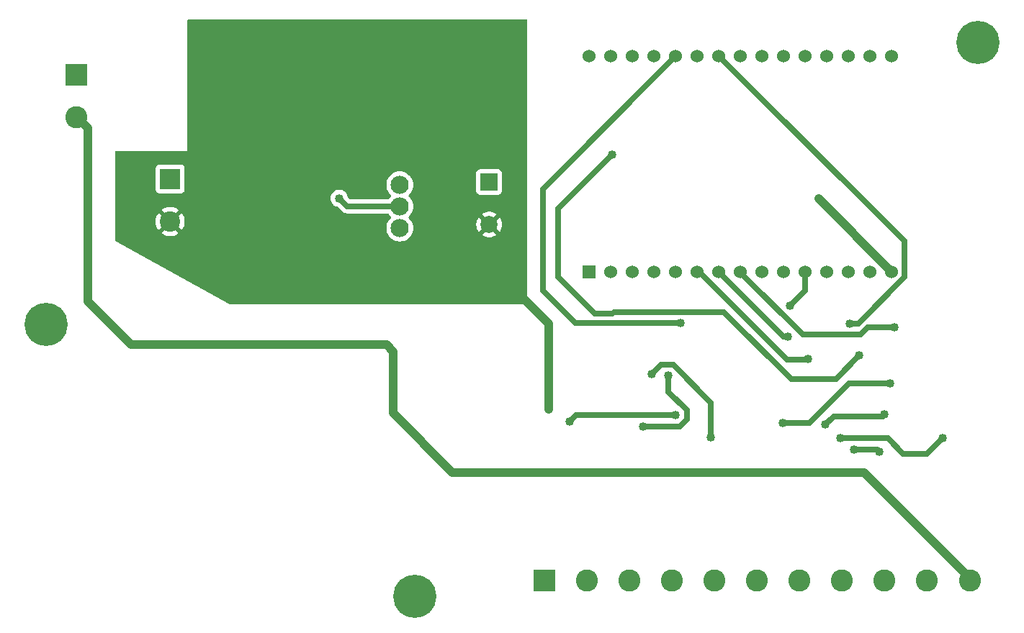
<source format=gbr>
%TF.GenerationSoftware,KiCad,Pcbnew,8.0.4-8.0.4-0~ubuntu22.04.1*%
%TF.CreationDate,2024-08-07T11:40:50-06:00*%
%TF.ProjectId,Sprinkler Controller,53707269-6e6b-46c6-9572-20436f6e7472,rev?*%
%TF.SameCoordinates,Original*%
%TF.FileFunction,Copper,L2,Bot*%
%TF.FilePolarity,Positive*%
%FSLAX46Y46*%
G04 Gerber Fmt 4.6, Leading zero omitted, Abs format (unit mm)*
G04 Created by KiCad (PCBNEW 8.0.4-8.0.4-0~ubuntu22.04.1) date 2024-08-07 11:40:50*
%MOMM*%
%LPD*%
G01*
G04 APERTURE LIST*
%TA.AperFunction,ComponentPad*%
%ADD10C,2.133600*%
%TD*%
%TA.AperFunction,ComponentPad*%
%ADD11R,2.000000X2.000000*%
%TD*%
%TA.AperFunction,ComponentPad*%
%ADD12C,2.000000*%
%TD*%
%TA.AperFunction,ComponentPad*%
%ADD13R,2.600000X2.600000*%
%TD*%
%TA.AperFunction,ComponentPad*%
%ADD14C,2.600000*%
%TD*%
%TA.AperFunction,ComponentPad*%
%ADD15R,2.400000X2.400000*%
%TD*%
%TA.AperFunction,ComponentPad*%
%ADD16C,2.400000*%
%TD*%
%TA.AperFunction,ComponentPad*%
%ADD17C,1.524000*%
%TD*%
%TA.AperFunction,ComponentPad*%
%ADD18R,1.524000X1.524000*%
%TD*%
%TA.AperFunction,ViaPad*%
%ADD19C,5.080000*%
%TD*%
%TA.AperFunction,ViaPad*%
%ADD20C,1.016000*%
%TD*%
%TA.AperFunction,Conductor*%
%ADD21C,1.016000*%
%TD*%
%TA.AperFunction,Conductor*%
%ADD22C,0.635000*%
%TD*%
G04 APERTURE END LIST*
D10*
%TO.P,RV1,1,1*%
%TO.N,Net-(C4-Pad2)*%
X142000000Y-105040000D03*
%TO.P,RV1,2,2*%
%TO.N,Net-(U12-FB)*%
X142000000Y-102500000D03*
%TO.P,RV1,3,3*%
%TO.N,VCC*%
X142000000Y-99960000D03*
%TD*%
D11*
%TO.P,C2,1*%
%TO.N,VCC*%
X152500000Y-99632300D03*
D12*
%TO.P,C2,2*%
%TO.N,GND*%
X152500000Y-104632300D03*
%TD*%
D13*
%TO.P,J1,1,Pin_1*%
%TO.N,AC*%
X103980000Y-87000000D03*
D14*
%TO.P,J1,2,Pin_2*%
%TO.N,GNDPWR*%
X103980000Y-92000000D03*
%TD*%
D13*
%TO.P,J2,1,Pin_1*%
%TO.N,Net-(J2-Pin_1)*%
X159000000Y-146500000D03*
D14*
%TO.P,J2,2,Pin_2*%
%TO.N,Net-(J2-Pin_2)*%
X164000000Y-146500000D03*
%TO.P,J2,3,Pin_3*%
%TO.N,Net-(J2-Pin_3)*%
X169000000Y-146500000D03*
%TO.P,J2,4,Pin_4*%
%TO.N,Net-(J2-Pin_4)*%
X174000000Y-146500000D03*
%TO.P,J2,5,Pin_5*%
%TO.N,Net-(J2-Pin_5)*%
X179000000Y-146500000D03*
%TO.P,J2,6,Pin_6*%
%TO.N,Net-(J2-Pin_6)*%
X184000000Y-146500000D03*
%TO.P,J2,7,Pin_7*%
%TO.N,Net-(J2-Pin_7)*%
X189000000Y-146500000D03*
%TO.P,J2,8,Pin_8*%
%TO.N,Net-(J2-Pin_8)*%
X194000000Y-146500000D03*
%TO.P,J2,9,Pin_9*%
%TO.N,Net-(J2-Pin_9)*%
X199000000Y-146500000D03*
%TO.P,J2,10,Pin_10*%
%TO.N,Net-(J2-Pin_10)*%
X204000000Y-146500000D03*
%TO.P,J2,11,Pin_11*%
%TO.N,GNDPWR*%
X209000000Y-146500000D03*
%TD*%
D15*
%TO.P,C1,1*%
%TO.N,Net-(BR1-+)*%
X115000000Y-99275000D03*
D16*
%TO.P,C1,2*%
%TO.N,GND*%
X115000000Y-104275000D03*
%TD*%
D17*
%TO.P,U1,30,IO23*%
%TO.N,unconnected-(U1-IO23-Pad30)*%
X164290000Y-84800000D03*
%TO.P,U1,29,IO22*%
%TO.N,unconnected-(U1-IO22-Pad29)*%
X166830000Y-84800000D03*
%TO.P,U1,28,TXD0/IO1*%
%TO.N,unconnected-(U1-TXD0{slash}IO1-Pad28)*%
X169370000Y-84800000D03*
%TO.P,U1,27,RXD0/IO3*%
%TO.N,unconnected-(U1-RXD0{slash}IO3-Pad27)*%
X171910000Y-84800000D03*
%TO.P,U1,26,IO21*%
%TO.N,Net-(U1-IO21)*%
X174450000Y-84800000D03*
%TO.P,U1,25,IO19*%
%TO.N,Net-(U1-IO19)*%
X176990000Y-84800000D03*
%TO.P,U1,24,IO18*%
%TO.N,Net-(U1-IO18)*%
X179530000Y-84800000D03*
%TO.P,U1,23,IO5*%
%TO.N,unconnected-(U1-IO5-Pad23)*%
X182070000Y-84800000D03*
%TO.P,U1,22,IO17*%
%TO.N,unconnected-(U1-IO17-Pad22)*%
X184610000Y-84800000D03*
%TO.P,U1,21,IO16*%
%TO.N,unconnected-(U1-IO16-Pad21)*%
X187150000Y-84800000D03*
%TO.P,U1,20,IO4*%
%TO.N,unconnected-(U1-IO4-Pad20)*%
X189690000Y-84800000D03*
%TO.P,U1,19,IO2*%
%TO.N,unconnected-(U1-IO2-Pad19)*%
X192230000Y-84800000D03*
%TO.P,U1,18,IO15*%
%TO.N,unconnected-(U1-IO15-Pad18)*%
X194770000Y-84800000D03*
%TO.P,U1,17,GND*%
%TO.N,GND*%
X197310000Y-84800000D03*
%TO.P,U1,16,3V3*%
%TO.N,unconnected-(U1-3V3-Pad16)*%
X199850000Y-84800000D03*
%TO.P,U1,15,VIN*%
%TO.N,VCC*%
X199850000Y-110200000D03*
%TO.P,U1,14,GND*%
%TO.N,GND*%
X197310000Y-110200000D03*
%TO.P,U1,13,IO13*%
%TO.N,Net-(U1-IO13)*%
X194770000Y-110200000D03*
%TO.P,U1,12,IO12*%
%TO.N,unconnected-(U1-IO12-Pad12)*%
X192230000Y-110200000D03*
%TO.P,U1,11,IO14*%
%TO.N,Net-(U1-IO14)*%
X189690000Y-110200000D03*
%TO.P,U1,10,IO27*%
%TO.N,Net-(U1-IO27)*%
X187150000Y-110200000D03*
%TO.P,U1,9,IO26*%
%TO.N,Net-(U1-IO26)*%
X184610000Y-110200000D03*
%TO.P,U1,8,IO25*%
%TO.N,Net-(U1-IO25)*%
X182070000Y-110200000D03*
%TO.P,U1,7,IO33*%
%TO.N,Net-(U1-IO33)*%
X179530000Y-110200000D03*
%TO.P,U1,6,IO32*%
%TO.N,Net-(U1-IO32)*%
X176990000Y-110200000D03*
%TO.P,U1,5,IO35*%
%TO.N,unconnected-(U1-IO35-Pad5)*%
X174450000Y-110200000D03*
%TO.P,U1,4,IO34*%
%TO.N,unconnected-(U1-IO34-Pad4)*%
X171910000Y-110200000D03*
%TO.P,U1,3,SENSOR_VN*%
%TO.N,unconnected-(U1-SENSOR_VN-Pad3)*%
X169370000Y-110200000D03*
%TO.P,U1,2,SENSOR_VP*%
%TO.N,unconnected-(U1-SENSOR_VP-Pad2)*%
X166830000Y-110200000D03*
D18*
%TO.P,U1,1,EN*%
%TO.N,unconnected-(U1-EN-Pad1)*%
X164290000Y-110200000D03*
%TD*%
D19*
%TO.N,*%
X210000000Y-83200000D03*
X100400000Y-116400000D03*
X143800000Y-148400000D03*
D20*
%TO.N,GND*%
X139200000Y-99800000D03*
X122200000Y-103200000D03*
X130200000Y-100600000D03*
X134600000Y-98800000D03*
%TO.N,Net-(D6-A)*%
X178600000Y-129713000D03*
X171600000Y-122200000D03*
%TO.N,Net-(D5-A)*%
X173571500Y-122442927D03*
X170600000Y-128379500D03*
%TO.N,Net-(D3-A)*%
X162000000Y-127800000D03*
X174400000Y-127046000D03*
%TO.N,Net-(D11-A)*%
X198388535Y-131389812D03*
X195400000Y-131133500D03*
%TO.N,Net-(D12-A)*%
X193800000Y-129800000D03*
X205800000Y-129800000D03*
%TO.N,Net-(D8-A)*%
X187000000Y-128000000D03*
X199620255Y-123347424D03*
%TO.N,Net-(D9-A)*%
X192000000Y-128200000D03*
X198968500Y-127000000D03*
%TO.N,Net-(U1-IO19)*%
X196000000Y-120066500D03*
X167000000Y-96400000D03*
%TO.N,Net-(U12-FB)*%
X134885000Y-101544000D03*
%TO.N,Net-(U1-IO25)*%
X200174999Y-116768389D03*
%TO.N,Net-(U1-IO18)*%
X194861900Y-116266200D03*
%TO.N,Net-(U1-IO32)*%
X190000000Y-120466500D03*
%TO.N,Net-(U1-IO33)*%
X187600000Y-117800000D03*
%TO.N,Net-(U1-IO14)*%
X187867000Y-114218000D03*
%TO.N,Net-(U1-IO21)*%
X174985000Y-116245000D03*
%TO.N,VCC*%
X191258400Y-101608400D03*
%TO.N,GND*%
X159500000Y-126400000D03*
%TD*%
D21*
%TO.N,GNDPWR*%
X103980000Y-92000000D02*
X105300000Y-93320000D01*
X105300000Y-93320000D02*
X105300000Y-113700000D01*
X105300000Y-113700000D02*
X110400000Y-118800000D01*
X110400000Y-118800000D02*
X140436841Y-118800000D01*
X140436841Y-118800000D02*
X141216000Y-119579159D01*
X148200000Y-133800000D02*
X196560000Y-133800000D01*
X141216000Y-119579159D02*
X141216000Y-126816000D01*
X141216000Y-126816000D02*
X148200000Y-133800000D01*
X196560000Y-133800000D02*
X209260000Y-146500000D01*
D22*
%TO.N,Net-(D6-A)*%
X178600000Y-129713000D02*
X178600000Y-125585573D01*
X178600000Y-125585573D02*
X174123854Y-121109427D01*
X174123854Y-121109427D02*
X172690573Y-121109427D01*
X172690573Y-121109427D02*
X171600000Y-122200000D01*
%TO.N,Net-(D5-A)*%
X173571500Y-124331646D02*
X175733500Y-126493646D01*
X173571500Y-122442927D02*
X173571500Y-124331646D01*
X175733500Y-126493646D02*
X175733500Y-127598354D01*
X175733500Y-127598354D02*
X174952354Y-128379500D01*
X174952354Y-128379500D02*
X170600000Y-128379500D01*
%TO.N,Net-(D3-A)*%
X162754000Y-127046000D02*
X162000000Y-127800000D01*
X174400000Y-127046000D02*
X162754000Y-127046000D01*
%TO.N,Net-(D11-A)*%
X198132223Y-131133500D02*
X198388535Y-131389812D01*
X195400000Y-131133500D02*
X198132223Y-131133500D01*
%TO.N,Net-(D12-A)*%
X199400000Y-129800000D02*
X201200000Y-131600000D01*
X204000000Y-131600000D02*
X205800000Y-129800000D01*
X193800000Y-129800000D02*
X199400000Y-129800000D01*
X201200000Y-131600000D02*
X204000000Y-131600000D01*
%TO.N,Net-(D8-A)*%
X190200000Y-128000000D02*
X187000000Y-128000000D01*
X194852576Y-123347424D02*
X190200000Y-128000000D01*
X199620255Y-123347424D02*
X194852576Y-123347424D01*
%TO.N,Net-(D9-A)*%
X198768500Y-127200000D02*
X193000000Y-127200000D01*
X198968500Y-127000000D02*
X198768500Y-127200000D01*
X193000000Y-127200000D02*
X192000000Y-128200000D01*
%TO.N,Net-(U1-IO19)*%
X167000000Y-96400000D02*
X160600000Y-102800000D01*
X160600000Y-102800000D02*
X160600000Y-110800000D01*
X160600000Y-110800000D02*
X164902000Y-115102000D01*
X164902000Y-115102000D02*
X167000000Y-115102000D01*
X167000000Y-115102000D02*
X167190500Y-114911500D01*
X167190500Y-114911500D02*
X180111500Y-114911500D01*
X180111500Y-114911500D02*
X188000000Y-122800000D01*
X188000000Y-122800000D02*
X193266500Y-122800000D01*
X193266500Y-122800000D02*
X196000000Y-120066500D01*
%TO.N,Net-(U1-IO25)*%
X196169246Y-117599700D02*
X189362846Y-117599700D01*
X200174999Y-116768389D02*
X197000557Y-116768389D01*
X197000557Y-116768389D02*
X196169246Y-117599700D01*
X189362846Y-117599700D02*
X182070000Y-110306854D01*
X182070000Y-110306854D02*
X182070000Y-110200000D01*
%TO.N,Net-(U1-IO32)*%
X190000000Y-120466500D02*
X189934500Y-120532000D01*
X187532000Y-120532000D02*
X177200000Y-110200000D01*
X189934500Y-120532000D02*
X187532000Y-120532000D01*
X177200000Y-110200000D02*
X176990000Y-110200000D01*
%TO.N,Net-(U1-IO33)*%
X187600000Y-117800000D02*
X187130000Y-117800000D01*
X187130000Y-117800000D02*
X179530000Y-110200000D01*
%TO.N,Net-(U1-IO21)*%
X174450000Y-84800000D02*
X158800000Y-100450000D01*
X158800000Y-100450000D02*
X158800000Y-112400000D01*
X158800000Y-112400000D02*
X162645000Y-116245000D01*
X162645000Y-116245000D02*
X174985000Y-116245000D01*
D21*
%TO.N,GNDPWR*%
X209019000Y-146500000D02*
X209260000Y-146500000D01*
X209260000Y-146500000D02*
X209500000Y-146500000D01*
D22*
%TO.N,Net-(U12-FB)*%
X135841000Y-102500000D02*
X134885000Y-101544000D01*
X142000000Y-102500000D02*
X135841000Y-102500000D01*
%TO.N,Net-(U1-IO18)*%
X194861900Y-116266100D02*
X194861900Y-116266200D01*
X195886400Y-116266100D02*
X194861900Y-116266100D01*
X201332300Y-110820200D02*
X195886400Y-116266100D01*
X201332300Y-106602300D02*
X201332300Y-110820200D01*
X179530000Y-84800000D02*
X201332300Y-106602300D01*
%TO.N,Net-(U1-IO14)*%
X189690000Y-112395000D02*
X187867000Y-114218000D01*
X189690000Y-110200000D02*
X189690000Y-112395000D01*
D21*
%TO.N,VCC*%
X191258400Y-101608400D02*
X199850000Y-110200000D01*
%TO.N,GND*%
X159500000Y-116323000D02*
X154933000Y-111756000D01*
X159500000Y-126400000D02*
X159500000Y-116323000D01*
%TD*%
%TA.AperFunction,Conductor*%
%TO.N,GND*%
G36*
X156943039Y-80528185D02*
G01*
X156988794Y-80580989D01*
X157000000Y-80632500D01*
X157000000Y-113876000D01*
X156980315Y-113943039D01*
X156927511Y-113988794D01*
X156876000Y-114000000D01*
X122032133Y-114000000D01*
X121971913Y-113984396D01*
X108563780Y-106535433D01*
X108514737Y-106485668D01*
X108500000Y-106427037D01*
X108500000Y-104274995D01*
X113295233Y-104274995D01*
X113295233Y-104275004D01*
X113314273Y-104529079D01*
X113370968Y-104777477D01*
X113370973Y-104777494D01*
X113464058Y-105014671D01*
X113464057Y-105014671D01*
X113591454Y-105235327D01*
X113591461Y-105235338D01*
X113633452Y-105287991D01*
X113633453Y-105287992D01*
X114435387Y-104486058D01*
X114440889Y-104506591D01*
X114519881Y-104643408D01*
X114631592Y-104755119D01*
X114768409Y-104834111D01*
X114788940Y-104839612D01*
X113986813Y-105641738D01*
X114147616Y-105751371D01*
X114147624Y-105751376D01*
X114377176Y-105861921D01*
X114377174Y-105861921D01*
X114620652Y-105937024D01*
X114620658Y-105937026D01*
X114872595Y-105974999D01*
X114872604Y-105975000D01*
X115127396Y-105975000D01*
X115127404Y-105974999D01*
X115379341Y-105937026D01*
X115379347Y-105937024D01*
X115622824Y-105861921D01*
X115852376Y-105751376D01*
X115852377Y-105751375D01*
X116013185Y-105641738D01*
X115211060Y-104839612D01*
X115231591Y-104834111D01*
X115368408Y-104755119D01*
X115480119Y-104643408D01*
X115559111Y-104506591D01*
X115564612Y-104486059D01*
X116366544Y-105287992D01*
X116366546Y-105287991D01*
X116408544Y-105235330D01*
X116535941Y-105014671D01*
X116629026Y-104777494D01*
X116629031Y-104777477D01*
X116685726Y-104529079D01*
X116704767Y-104275004D01*
X116704767Y-104274995D01*
X116685726Y-104020920D01*
X116629031Y-103772522D01*
X116629026Y-103772505D01*
X116535941Y-103535328D01*
X116535942Y-103535328D01*
X116408545Y-103314672D01*
X116366545Y-103262006D01*
X115564612Y-104063939D01*
X115559111Y-104043409D01*
X115480119Y-103906592D01*
X115368408Y-103794881D01*
X115231591Y-103715889D01*
X115211059Y-103710387D01*
X116013185Y-102908260D01*
X115852384Y-102798628D01*
X115852376Y-102798623D01*
X115622823Y-102688078D01*
X115622825Y-102688078D01*
X115379347Y-102612975D01*
X115379341Y-102612973D01*
X115127404Y-102575000D01*
X114872595Y-102575000D01*
X114620658Y-102612973D01*
X114620652Y-102612975D01*
X114377175Y-102688078D01*
X114147622Y-102798625D01*
X114147609Y-102798632D01*
X113986813Y-102908259D01*
X114788941Y-103710387D01*
X114768409Y-103715889D01*
X114631592Y-103794881D01*
X114519881Y-103906592D01*
X114440889Y-104043409D01*
X114435387Y-104063940D01*
X113633452Y-103262006D01*
X113591457Y-103314667D01*
X113464058Y-103535328D01*
X113370973Y-103772505D01*
X113370968Y-103772522D01*
X113314273Y-104020920D01*
X113295233Y-104274995D01*
X108500000Y-104274995D01*
X108500000Y-101544000D01*
X133863582Y-101544000D01*
X133883208Y-101743271D01*
X133941333Y-101934881D01*
X134035718Y-102111463D01*
X134035720Y-102111465D01*
X134035722Y-102111469D01*
X134096724Y-102185801D01*
X134162747Y-102266252D01*
X134228770Y-102320434D01*
X134317531Y-102393278D01*
X134317534Y-102393280D01*
X134317536Y-102393281D01*
X134494118Y-102487666D01*
X134494120Y-102487667D01*
X134597327Y-102518974D01*
X134685720Y-102545789D01*
X134685723Y-102545789D01*
X134685731Y-102545792D01*
X134685739Y-102545792D01*
X134689928Y-102546626D01*
X134751841Y-102579008D01*
X134753424Y-102580564D01*
X135196278Y-103023418D01*
X135196307Y-103023449D01*
X135314451Y-103141593D01*
X135314455Y-103141596D01*
X135382098Y-103186794D01*
X135449741Y-103231992D01*
X135449742Y-103231992D01*
X135449743Y-103231993D01*
X135449745Y-103231994D01*
X135502704Y-103253930D01*
X135600065Y-103294258D01*
X135759641Y-103325999D01*
X135759645Y-103326000D01*
X135759646Y-103326000D01*
X135759647Y-103326000D01*
X135922353Y-103326000D01*
X140589175Y-103326000D01*
X140656214Y-103345685D01*
X140694900Y-103385207D01*
X140721615Y-103428801D01*
X140882650Y-103617350D01*
X140946014Y-103671467D01*
X140950981Y-103675710D01*
X140989174Y-103734217D01*
X140989672Y-103804085D01*
X140952319Y-103863131D01*
X140950981Y-103864290D01*
X140882650Y-103922650D01*
X140721616Y-104111196D01*
X140721612Y-104111201D01*
X140592056Y-104322616D01*
X140497167Y-104551700D01*
X140439284Y-104792803D01*
X140419829Y-105040000D01*
X140439284Y-105287196D01*
X140497167Y-105528299D01*
X140592056Y-105757383D01*
X140721612Y-105968798D01*
X140721616Y-105968803D01*
X140726909Y-105975000D01*
X140882650Y-106157350D01*
X141003340Y-106260428D01*
X141071196Y-106318383D01*
X141071201Y-106318387D01*
X141282616Y-106447943D01*
X141373693Y-106485668D01*
X141511700Y-106542832D01*
X141752807Y-106600716D01*
X142000000Y-106620171D01*
X142247193Y-106600716D01*
X142488300Y-106542832D01*
X142717383Y-106447943D01*
X142928801Y-106318385D01*
X143117350Y-106157350D01*
X143278385Y-105968801D01*
X143325232Y-105892355D01*
X143407943Y-105757383D01*
X143410433Y-105751371D01*
X143502832Y-105528300D01*
X143560716Y-105287193D01*
X143580171Y-105040000D01*
X143560716Y-104792807D01*
X143522181Y-104632294D01*
X150994859Y-104632294D01*
X150994859Y-104632305D01*
X151015385Y-104880029D01*
X151015387Y-104880038D01*
X151076412Y-105121017D01*
X151176266Y-105348664D01*
X151276564Y-105502182D01*
X152017037Y-104761709D01*
X152034075Y-104825293D01*
X152099901Y-104939307D01*
X152192993Y-105032399D01*
X152307007Y-105098225D01*
X152370590Y-105115262D01*
X151629942Y-105855909D01*
X151676768Y-105892355D01*
X151676770Y-105892356D01*
X151895385Y-106010664D01*
X151895396Y-106010669D01*
X152130506Y-106091383D01*
X152375707Y-106132300D01*
X152624293Y-106132300D01*
X152869493Y-106091383D01*
X153104603Y-106010669D01*
X153104614Y-106010664D01*
X153323228Y-105892357D01*
X153323231Y-105892355D01*
X153370056Y-105855909D01*
X152629409Y-105115262D01*
X152692993Y-105098225D01*
X152807007Y-105032399D01*
X152900099Y-104939307D01*
X152965925Y-104825293D01*
X152982962Y-104761710D01*
X153723434Y-105502182D01*
X153823731Y-105348669D01*
X153923587Y-105121017D01*
X153984612Y-104880038D01*
X153984614Y-104880029D01*
X154005141Y-104632305D01*
X154005141Y-104632294D01*
X153984614Y-104384570D01*
X153984612Y-104384561D01*
X153923587Y-104143582D01*
X153823731Y-103915930D01*
X153723434Y-103762416D01*
X152982962Y-104502889D01*
X152965925Y-104439307D01*
X152900099Y-104325293D01*
X152807007Y-104232201D01*
X152692993Y-104166375D01*
X152629410Y-104149337D01*
X153370057Y-103408690D01*
X153370056Y-103408689D01*
X153323229Y-103372243D01*
X153104614Y-103253935D01*
X153104603Y-103253930D01*
X152869493Y-103173216D01*
X152624293Y-103132300D01*
X152375707Y-103132300D01*
X152130506Y-103173216D01*
X151895396Y-103253930D01*
X151895390Y-103253932D01*
X151676761Y-103372249D01*
X151629942Y-103408688D01*
X151629942Y-103408690D01*
X152370590Y-104149337D01*
X152307007Y-104166375D01*
X152192993Y-104232201D01*
X152099901Y-104325293D01*
X152034075Y-104439307D01*
X152017037Y-104502889D01*
X151276564Y-103762416D01*
X151176267Y-103915932D01*
X151076412Y-104143582D01*
X151015387Y-104384561D01*
X151015385Y-104384570D01*
X150994859Y-104632294D01*
X143522181Y-104632294D01*
X143502832Y-104551700D01*
X143484147Y-104506591D01*
X143407943Y-104322616D01*
X143278387Y-104111201D01*
X143278383Y-104111196D01*
X143201280Y-104020920D01*
X143117350Y-103922650D01*
X143117343Y-103922644D01*
X143117338Y-103922639D01*
X143049020Y-103864291D01*
X143010826Y-103805785D01*
X143010326Y-103735917D01*
X143047679Y-103676870D01*
X143049020Y-103675709D01*
X143117338Y-103617360D01*
X143117350Y-103617350D01*
X143278385Y-103428801D01*
X143407943Y-103217383D01*
X143502832Y-102988300D01*
X143560716Y-102747193D01*
X143580171Y-102500000D01*
X143560716Y-102252807D01*
X143502832Y-102011700D01*
X143407943Y-101782617D01*
X143407943Y-101782616D01*
X143278387Y-101571201D01*
X143278383Y-101571196D01*
X143220428Y-101503340D01*
X143117350Y-101382650D01*
X143117343Y-101382644D01*
X143117338Y-101382639D01*
X143049020Y-101324291D01*
X143010826Y-101265785D01*
X143010326Y-101195917D01*
X143047679Y-101136870D01*
X143049020Y-101135709D01*
X143110513Y-101083189D01*
X143117350Y-101077350D01*
X143278385Y-100888801D01*
X143319476Y-100821748D01*
X143407943Y-100677383D01*
X143502832Y-100448299D01*
X143560715Y-100207196D01*
X143560716Y-100207193D01*
X143580171Y-99960000D01*
X143560716Y-99712807D01*
X143502832Y-99471700D01*
X143407943Y-99242617D01*
X143407943Y-99242616D01*
X143278387Y-99031201D01*
X143278383Y-99031196D01*
X143220428Y-98963340D01*
X143117350Y-98842650D01*
X143014270Y-98754612D01*
X142928803Y-98681616D01*
X142928798Y-98681612D01*
X142768931Y-98583645D01*
X150991500Y-98583645D01*
X150991500Y-100680954D01*
X150998011Y-100741502D01*
X150998011Y-100741504D01*
X151034101Y-100838261D01*
X151049111Y-100878504D01*
X151136739Y-100995561D01*
X151253796Y-101083189D01*
X151390799Y-101134289D01*
X151414807Y-101136870D01*
X151451345Y-101140799D01*
X151451362Y-101140800D01*
X153548638Y-101140800D01*
X153548654Y-101140799D01*
X153575692Y-101137891D01*
X153609201Y-101134289D01*
X153746204Y-101083189D01*
X153863261Y-100995561D01*
X153950889Y-100878504D01*
X154001989Y-100741501D01*
X154007019Y-100694718D01*
X154008499Y-100680954D01*
X154008500Y-100680937D01*
X154008500Y-98583662D01*
X154008499Y-98583645D01*
X154005102Y-98552056D01*
X154001989Y-98523099D01*
X153950889Y-98386096D01*
X153863261Y-98269039D01*
X153746204Y-98181411D01*
X153609203Y-98130311D01*
X153548654Y-98123800D01*
X153548638Y-98123800D01*
X151451362Y-98123800D01*
X151451345Y-98123800D01*
X151390797Y-98130311D01*
X151390795Y-98130311D01*
X151253795Y-98181411D01*
X151136739Y-98269039D01*
X151049111Y-98386095D01*
X150998011Y-98523095D01*
X150998011Y-98523097D01*
X150991500Y-98583645D01*
X142768931Y-98583645D01*
X142717383Y-98552056D01*
X142488299Y-98457167D01*
X142247196Y-98399284D01*
X142000000Y-98379829D01*
X141752803Y-98399284D01*
X141511700Y-98457167D01*
X141282616Y-98552056D01*
X141071201Y-98681612D01*
X141071196Y-98681616D01*
X140882650Y-98842650D01*
X140721616Y-99031196D01*
X140721612Y-99031201D01*
X140592056Y-99242616D01*
X140497167Y-99471700D01*
X140439284Y-99712803D01*
X140419829Y-99960000D01*
X140439284Y-100207196D01*
X140497167Y-100448299D01*
X140592056Y-100677383D01*
X140721612Y-100888798D01*
X140721616Y-100888803D01*
X140753290Y-100925888D01*
X140882650Y-101077350D01*
X140946014Y-101131467D01*
X140950981Y-101135710D01*
X140989174Y-101194217D01*
X140989672Y-101264085D01*
X140952319Y-101323131D01*
X140950981Y-101324290D01*
X140882650Y-101382650D01*
X140721618Y-101571194D01*
X140721615Y-101571199D01*
X140694901Y-101614791D01*
X140643091Y-101661665D01*
X140589175Y-101674000D01*
X136234502Y-101674000D01*
X136167463Y-101654315D01*
X136146821Y-101637681D01*
X135921564Y-101412424D01*
X135888079Y-101351101D01*
X135887626Y-101348928D01*
X135886792Y-101344739D01*
X135886792Y-101344731D01*
X135880591Y-101324290D01*
X135841649Y-101195917D01*
X135828667Y-101153120D01*
X135791288Y-101083189D01*
X135734281Y-100976536D01*
X135734280Y-100976534D01*
X135734278Y-100976531D01*
X135620804Y-100838261D01*
X135607252Y-100821747D01*
X135526801Y-100755724D01*
X135452469Y-100694722D01*
X135452465Y-100694720D01*
X135452463Y-100694718D01*
X135275881Y-100600333D01*
X135084271Y-100542208D01*
X134885000Y-100522582D01*
X134685728Y-100542208D01*
X134494118Y-100600333D01*
X134317536Y-100694718D01*
X134162747Y-100821747D01*
X134035718Y-100976536D01*
X133941333Y-101153118D01*
X133883208Y-101344728D01*
X133863582Y-101544000D01*
X108500000Y-101544000D01*
X108500000Y-98026345D01*
X113291500Y-98026345D01*
X113291500Y-100523654D01*
X113298011Y-100584202D01*
X113298011Y-100584204D01*
X113349111Y-100721204D01*
X113436739Y-100838261D01*
X113553796Y-100925889D01*
X113690799Y-100976989D01*
X113718050Y-100979918D01*
X113751345Y-100983499D01*
X113751362Y-100983500D01*
X116248638Y-100983500D01*
X116248654Y-100983499D01*
X116275692Y-100980591D01*
X116309201Y-100976989D01*
X116446204Y-100925889D01*
X116563261Y-100838261D01*
X116650889Y-100721204D01*
X116701989Y-100584201D01*
X116706504Y-100542208D01*
X116708499Y-100523654D01*
X116708500Y-100523637D01*
X116708500Y-98026362D01*
X116708499Y-98026345D01*
X116705157Y-97995270D01*
X116701989Y-97965799D01*
X116650889Y-97828796D01*
X116563261Y-97711739D01*
X116446204Y-97624111D01*
X116309203Y-97573011D01*
X116248654Y-97566500D01*
X116248638Y-97566500D01*
X113751362Y-97566500D01*
X113751345Y-97566500D01*
X113690797Y-97573011D01*
X113690795Y-97573011D01*
X113553795Y-97624111D01*
X113436739Y-97711739D01*
X113349111Y-97828795D01*
X113298011Y-97965795D01*
X113298011Y-97965797D01*
X113291500Y-98026345D01*
X108500000Y-98026345D01*
X108500000Y-96124000D01*
X108519685Y-96056961D01*
X108572489Y-96011206D01*
X108624000Y-96000000D01*
X117000000Y-96000000D01*
X117000000Y-80632500D01*
X117019685Y-80565461D01*
X117072489Y-80519706D01*
X117124000Y-80508500D01*
X156876000Y-80508500D01*
X156943039Y-80528185D01*
G37*
%TD.AperFunction*%
%TD*%
M02*

</source>
